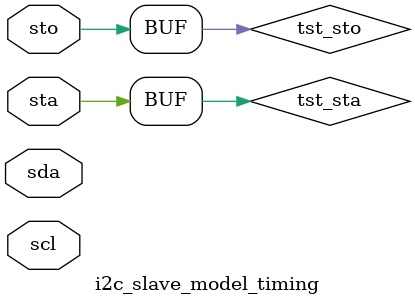
<source format=v>


module i2c_slave_model (scl, sda, gpio, start, stop);

	//
	// parameters
	//
	parameter I2C_ADR = 7'b001_0000;
	parameter NAME = "i2c_slave";
	// MEMORY, GPIO, SWITCH, or CONSTANT
	// MEMORY is a 16-entry memory with an address register that increments after each read, and NACKs past the end
	// GPIO is a typical I2C GPIO expander, with 4 registers (input, output, polarity, configuration) controlling GPIO
	// SWITCH is an I2C addressable switch, which is just a single 8-bit register (exposed on GPIO)
	// CONSTANT just accepts all writes and on reads outputs the value of GPIO. 
    parameter BEHAVIOR = "MEMORY";
    parameter [7:0] DEFAULT = {8{1'b1}};
    parameter TIMING = "TRUE";
    parameter DEBUG = "FULL";
	//
	// input && outpus
	//
	input scl;
	inout sda;

    inout [7:0] gpio;

    // help to frame transactions    
    output start;
    output stop;
	//
	// Variable declaration
	//
	wire debug = (DEBUG == "FULL") || (DEBUG == "TRANSACTION");
    wire debug_start_stop = (DEBUG == "FULL");
    
    reg [7:0] mem [3:0]; // initiate memory
	reg [7:0] mem_adr;   // memory address
	reg [7:0] mem_do;    // memory data output

    generate
        genvar i;
        if (BEHAVIOR == "MEMORY") begin : HIZ
            assign gpio = {8{1'bZ}};
        end else if (BEHAVIOR == "GPIO") begin : GPZ
            for (i=0;i<8;i=i+1) begin : GP
                assign gpio[i] = (mem[3][i]) ? 1'bZ : mem[1][i];
            end
        end else if (BEHAVIOR == "SWITCH") begin : SWZ
            assign gpio = mem_adr;
        end
    endgenerate



	reg sta, d_sta;
	reg sto, d_sto;

    assign start = sta;
    assign stop = sto;

	reg [7:0] sr;        // 8bit shift register
	reg       rw;        // read/write direction

	wire      my_adr;    // my address called ??
	wire      i2c_reset; // i2c-statemachine reset
	reg [2:0] bit_cnt;   // 3bit downcounter
	wire      acc_done;  // 8bits transfered
	reg       ld;        // load downcounter

	reg       sda_o;     // sda-drive level
	wire      sda_dly;   // delayed version of sda

	// statemachine declaration    
    parameter FSM_BITS    = 3;
    parameter [FSM_BITS-1:0] idle = 0;
    parameter [FSM_BITS-1:0] slave_ack = 1;
    parameter [FSM_BITS-1:0] get_mem_adr = 2;
    parameter [FSM_BITS-1:0] gma_ack = 3;
    parameter [FSM_BITS-1:0] data = 4;
    parameter [FSM_BITS-1:0] data_ack = 5;
    parameter [FSM_BITS-1:0] skip = 6;
    reg [FSM_BITS-1:0] state;
	//
	// module body
	//

	initial
	begin
	   sda_o = 1'b1;
	   state = idle;
	   if (BEHAVIOR == "GPIO") begin
	       mem[1] = DEFAULT;
	       mem[2] = {8{1'b0}};
	       mem[3] = {8{1'b1}};
       end
       if (BEHAVIOR == "SWITCH") begin
           mem_adr = {8{1'b0}};
       end
	end

	// generate shift register
	always @(posedge scl)
	  sr <= #1 {sr[6:0],sda};

	//detect my_address
	assign my_adr = (sr[7:1] == I2C_ADR);
	// FIXME: This should not be a generic assign, but rather
	// qualified on address transfer phase and probably reset by stop

	//generate bit-counter
	always @(posedge scl)
	  if(ld)
	    bit_cnt <= #1 3'b111;
	  else
	    bit_cnt <= #1 bit_cnt - 3'h1;

	//generate access done signal
	assign acc_done = !(|bit_cnt);

	// generate delayed version of sda
	// this model assumes a hold time for sda after the falling edge of scl.
	// According to the Phillips i2c spec, there s/b a 0 ns hold time for sda
	// with regards to scl. If the data changes coincident with the clock, the
	// acknowledge is missed
	// Fix by Michael Sosnoski
	assign #1 sda_dly = sda;


	//detect start condition
	always @(negedge sda)
	  if(scl)
	    begin
	        sta   <= #1 1'b1;
		d_sta <= #1 1'b0;
		sto   <= #1 1'b0;

	        if(debug_start_stop)
	          $display("DEBUG %s; start condition detected at %t", NAME, $time);
	    end
	  else
	    sta <= #1 1'b0;

	always @(posedge scl)
	  d_sta <= #1 sta;

	// detect stop condition
	always @(posedge sda)
	  if(scl)
	    begin
	       sta <= #1 1'b0;
	       sto <= #1 1'b1;

	       if(debug_start_stop)
	         $display("DEBUG %s; stop condition detected at %t", NAME, $time);
	    end
	  else
	    sto <= #1 1'b0;

	//generate i2c_reset signal
	assign i2c_reset = sta || sto;

	// generate statemachine
	always @(negedge scl or posedge sto)
	  if (sto || (sta && !d_sta) )
	    begin
	        state <= #1 idle; // reset statemachine

	        sda_o <= #1 1'b1;
	        ld    <= #1 1'b1;
	    end
	  else
	    begin
	        // initial settings
	        sda_o <= #1 1'b1;
	        ld    <= #1 1'b0;

	        case(state) // synopsys full_case parallel_case
	            idle: // idle state
	              if (acc_done) begin
	                if (my_adr)
                        begin
                            state <= #1 slave_ack;
                            rw <= #1 sr[0];
                            sda_o <= #1 1'b0; // generate i2c_ack
    
                            #2;
                            if(debug && rw)
                              $display("DEBUG %s; command byte received (read) at %t", NAME, $time);
                            if(debug && !rw)
                              $display("DEBUG %s; command byte received (write) at %t", NAME, $time);
    
                            if(rw)
                              begin
                                  if (BEHAVIOR == "CONSTANT") mem_do <= #1 gpio; 
                                  else if (BEHAVIOR == "SWITCH") mem_do <= #1 mem_adr;
                                  else if (BEHAVIOR == "GPIO") begin
                                    if (mem_adr == 0) mem_do <= { gpio ^ mem[2] };
                                    else mem_do <= mem[mem_adr];
                                  end else mem_do <= #1 mem[mem_adr];
                                                                                               
                                  if(debug)
                                    begin
                                        if (BEHAVIOR == "SWITCH" || BEHAVIOR == "CONSTANT") #2 $display("DEBUG %s; read %x", NAME, mem_do);
                                        else begin
                                            #2 $display("DEBUG %s; data block read %x from address %x (1)", NAME, mem_do, mem_adr);
                                            #2 $display("DEBUG %s; memcheck [0]=%x, [1]=%x, [2]=%x", NAME, mem[4'h0], mem[4'h1], mem[4'h2]);
                                        end
                                    end
                              end
                        end
                    else state <= skip; // we weren't addressed, don't do anything until stop
                  end
	            slave_ack:
	              begin
	                  if(rw)
	                    begin
	                        state <= #1 data;
	                        sda_o <= #1 mem_do[7];
	                    end
	                  else
	                    state <= #1 get_mem_adr;

	                  ld    <= #1 1'b1;
	              end

	            get_mem_adr: // wait for memory address
	              if(acc_done)
	                begin
	                    state <= #1 gma_ack;
	                    mem_adr <= #1 sr; // store memory address
	                    if (BEHAVIOR == "MEMORY") begin
	                       sda_o <= #1 !(sr <= 15); // generate i2c_ack, for valid address
                        end else begin
                           sda_o <= #1 1'b0;
                        end
	                    if(debug)
	                      #1 $display("DEBUG %s; address received. adr=%x, ack=%b", NAME, sr, sda_o);
	                end

	            gma_ack:
	              begin
	                  // the switch's behavior is just a single 8 bit shift register
                      if (BEHAVIOR == "MEMORY" || BEHAVIOR == "GPIO") state <= #1 data;
                      else if (BEHAVIOR == "SWITCH" || BEHAVIOR == "CONSTANT") state <= #1 get_mem_adr;
	                  ld    <= #1 1'b1;
	              end

	            data: // receive or drive data
	              begin
	                  if(rw)
	                    sda_o <= #1 mem_do[7];

	                  if(acc_done)
	                    begin
	                        state <= #1 data_ack;
	                        if (BEHAVIOR == "MEMORY") begin
	                           mem_adr <= #2 mem_adr + 8'h1;
	                           sda_o <= #1 (rw && (mem_adr <= 15) );
                            end else begin
                               sda_o <= #1 rw;
                            end

	                        if(rw)
	                          begin
	                              if (BEHAVIOR == "CONSTANT")
	                                   #3 mem_do <= gpio;
	                              else if (BEHAVIOR == "MEMORY")
	                                   #3 mem_do <= mem[mem_adr];
                                  else if (BEHAVIOR == "GPIO") begin
                                       #3;
                                       if (mem_adr == 0) mem_do <= { gpio ^ mem[2] };
                                       else mem_do <= mem[mem_adr];
                                  end
	                              if(debug)
	                                #5 $display("DEBUG %s; data block read %x from address %x (2)", NAME, mem_do, mem_adr);
	                          end

	                        if(!rw)
	                          begin
	                              mem[ mem_adr[3:0] ] <= #1 sr; // store data in memory

	                              if(debug)
	                                #2 $display("DEBUG %s; data block write %x to address %x", NAME, sr, mem_adr);
	                          end
	                    end
	              end

	            data_ack:
	              begin
	                  ld <= #1 1'b1;

	                  if(rw)
	                    if(sr[0]) // read operation && master send NACK
	                      begin
	                          state <= #1 idle;
	                          sda_o <= #1 1'b1;
	                      end
	                    else
	                      begin
	                          state <= #1 data;
	                          sda_o <= #1 mem_do[7];
	                      end
	                  else
	                    begin
	                        state <= #1 data;
	                        sda_o <= #1 1'b1;
	                    end
	              end
	        endcase
	    end

	// read data from memory
	always @(posedge scl)
	  if(!acc_done && rw)
	    mem_do <= #1 {mem_do[6:0], 1'b1}; // insert 1'b1 for host ack generation

	// generate tri-states
	assign sda = sda_o ? 1'bz : 1'b0;

    generate
        if (TIMING == "TRUE") begin : TM
            i2c_slave_model_timing timecheck(sda, scl, sto, sta);
        end
    endgenerate

endmodule

module i2c_slave_model_timing( sda, scl, sto, sta );

    input sda;
    input scl;
    input sto;
    input sta;

	//
	// Timing checks
	//
	wire tst_sto = sto;
    wire tst_sta = sta;
    specify
      specparam normal_scl_low  = 4700,
                normal_scl_high = 4000,
                normal_tsu_sta  = 4700,
                normal_thd_sta  = 4000,
                normal_tsu_sto  = 4000,
                normal_tbuf     = 4700,

                fast_scl_low  = 1300,
                fast_scl_high =  600,
                fast_tsu_sta  = 1300,
                fast_thd_sta  =  600,
                fast_tsu_sto  =  600,
                fast_tbuf     = 1300;

      $width(negedge scl, normal_scl_low);  // scl low time
      $width(posedge scl, normal_scl_high); // scl high time

      $setup(posedge scl, negedge sda &&& scl, normal_tsu_sta); // setup start
      $setup(negedge sda &&& scl, negedge scl, normal_thd_sta); // hold start
      $setup(posedge scl, posedge sda &&& scl, normal_tsu_sto); // setup stop

      $setup(posedge tst_sta, posedge tst_sto, normal_tbuf); // stop to start time
    endspecify


endmodule

</source>
